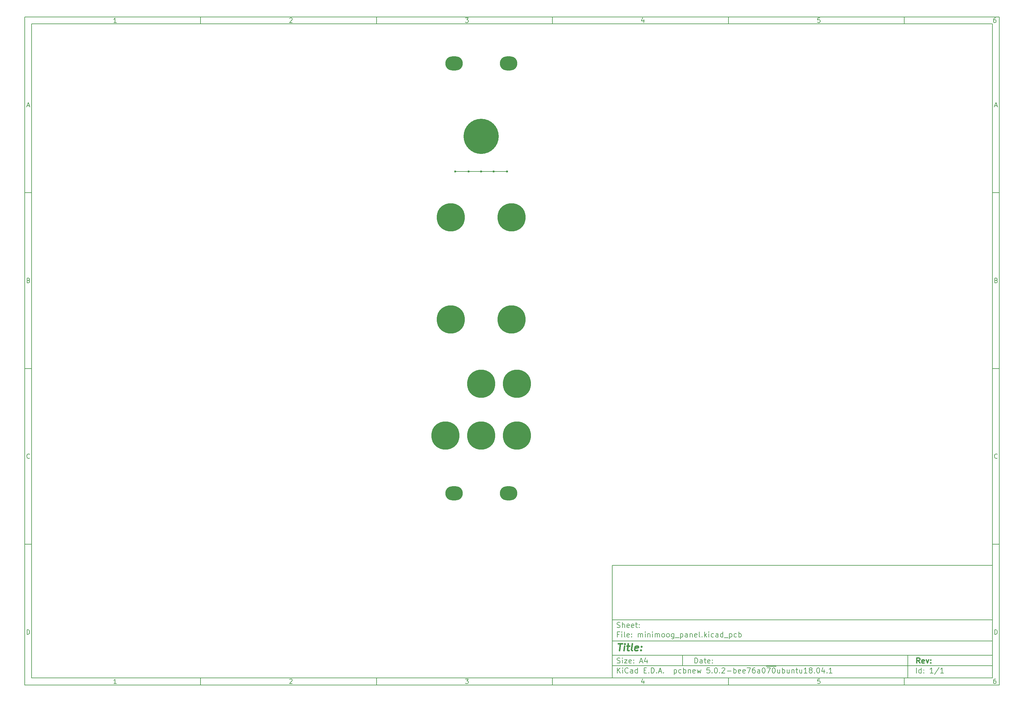
<source format=gbr>
G04 #@! TF.GenerationSoftware,KiCad,Pcbnew,5.0.2-bee76a0~70~ubuntu18.04.1*
G04 #@! TF.CreationDate,2019-05-07T20:11:16+10:00*
G04 #@! TF.ProjectId,minimoog_panel,6d696e69-6d6f-46f6-975f-70616e656c2e,rev?*
G04 #@! TF.SameCoordinates,Original*
G04 #@! TF.FileFunction,Copper,L1,Top*
G04 #@! TF.FilePolarity,Positive*
%FSLAX46Y46*%
G04 Gerber Fmt 4.6, Leading zero omitted, Abs format (unit mm)*
G04 Created by KiCad (PCBNEW 5.0.2-bee76a0~70~ubuntu18.04.1) date Tue 07 May 2019 20:11:16 AEST*
%MOMM*%
%LPD*%
G01*
G04 APERTURE LIST*
%ADD10C,0.100000*%
%ADD11C,0.150000*%
%ADD12C,0.300000*%
%ADD13C,0.400000*%
G04 #@! TA.AperFunction,ComponentPad*
%ADD14O,5.000000X4.000000*%
G04 #@! TD*
G04 #@! TA.AperFunction,ComponentPad*
%ADD15C,8.000000*%
G04 #@! TD*
G04 #@! TA.AperFunction,ComponentPad*
%ADD16C,0.600000*%
G04 #@! TD*
G04 #@! TA.AperFunction,ComponentPad*
%ADD17C,10.000000*%
G04 #@! TD*
G04 #@! TA.AperFunction,ViaPad*
%ADD18C,0.600000*%
G04 #@! TD*
G04 #@! TA.AperFunction,Conductor*
%ADD19C,0.152400*%
G04 #@! TD*
G04 APERTURE END LIST*
D10*
D11*
X177002200Y-166007200D02*
X177002200Y-198007200D01*
X285002200Y-198007200D01*
X285002200Y-166007200D01*
X177002200Y-166007200D01*
D10*
D11*
X10000000Y-10000000D02*
X10000000Y-200007200D01*
X287002200Y-200007200D01*
X287002200Y-10000000D01*
X10000000Y-10000000D01*
D10*
D11*
X12000000Y-12000000D02*
X12000000Y-198007200D01*
X285002200Y-198007200D01*
X285002200Y-12000000D01*
X12000000Y-12000000D01*
D10*
D11*
X60000000Y-12000000D02*
X60000000Y-10000000D01*
D10*
D11*
X110000000Y-12000000D02*
X110000000Y-10000000D01*
D10*
D11*
X160000000Y-12000000D02*
X160000000Y-10000000D01*
D10*
D11*
X210000000Y-12000000D02*
X210000000Y-10000000D01*
D10*
D11*
X260000000Y-12000000D02*
X260000000Y-10000000D01*
D10*
D11*
X36065476Y-11588095D02*
X35322619Y-11588095D01*
X35694047Y-11588095D02*
X35694047Y-10288095D01*
X35570238Y-10473809D01*
X35446428Y-10597619D01*
X35322619Y-10659523D01*
D10*
D11*
X85322619Y-10411904D02*
X85384523Y-10350000D01*
X85508333Y-10288095D01*
X85817857Y-10288095D01*
X85941666Y-10350000D01*
X86003571Y-10411904D01*
X86065476Y-10535714D01*
X86065476Y-10659523D01*
X86003571Y-10845238D01*
X85260714Y-11588095D01*
X86065476Y-11588095D01*
D10*
D11*
X135260714Y-10288095D02*
X136065476Y-10288095D01*
X135632142Y-10783333D01*
X135817857Y-10783333D01*
X135941666Y-10845238D01*
X136003571Y-10907142D01*
X136065476Y-11030952D01*
X136065476Y-11340476D01*
X136003571Y-11464285D01*
X135941666Y-11526190D01*
X135817857Y-11588095D01*
X135446428Y-11588095D01*
X135322619Y-11526190D01*
X135260714Y-11464285D01*
D10*
D11*
X185941666Y-10721428D02*
X185941666Y-11588095D01*
X185632142Y-10226190D02*
X185322619Y-11154761D01*
X186127380Y-11154761D01*
D10*
D11*
X236003571Y-10288095D02*
X235384523Y-10288095D01*
X235322619Y-10907142D01*
X235384523Y-10845238D01*
X235508333Y-10783333D01*
X235817857Y-10783333D01*
X235941666Y-10845238D01*
X236003571Y-10907142D01*
X236065476Y-11030952D01*
X236065476Y-11340476D01*
X236003571Y-11464285D01*
X235941666Y-11526190D01*
X235817857Y-11588095D01*
X235508333Y-11588095D01*
X235384523Y-11526190D01*
X235322619Y-11464285D01*
D10*
D11*
X285941666Y-10288095D02*
X285694047Y-10288095D01*
X285570238Y-10350000D01*
X285508333Y-10411904D01*
X285384523Y-10597619D01*
X285322619Y-10845238D01*
X285322619Y-11340476D01*
X285384523Y-11464285D01*
X285446428Y-11526190D01*
X285570238Y-11588095D01*
X285817857Y-11588095D01*
X285941666Y-11526190D01*
X286003571Y-11464285D01*
X286065476Y-11340476D01*
X286065476Y-11030952D01*
X286003571Y-10907142D01*
X285941666Y-10845238D01*
X285817857Y-10783333D01*
X285570238Y-10783333D01*
X285446428Y-10845238D01*
X285384523Y-10907142D01*
X285322619Y-11030952D01*
D10*
D11*
X60000000Y-198007200D02*
X60000000Y-200007200D01*
D10*
D11*
X110000000Y-198007200D02*
X110000000Y-200007200D01*
D10*
D11*
X160000000Y-198007200D02*
X160000000Y-200007200D01*
D10*
D11*
X210000000Y-198007200D02*
X210000000Y-200007200D01*
D10*
D11*
X260000000Y-198007200D02*
X260000000Y-200007200D01*
D10*
D11*
X36065476Y-199595295D02*
X35322619Y-199595295D01*
X35694047Y-199595295D02*
X35694047Y-198295295D01*
X35570238Y-198481009D01*
X35446428Y-198604819D01*
X35322619Y-198666723D01*
D10*
D11*
X85322619Y-198419104D02*
X85384523Y-198357200D01*
X85508333Y-198295295D01*
X85817857Y-198295295D01*
X85941666Y-198357200D01*
X86003571Y-198419104D01*
X86065476Y-198542914D01*
X86065476Y-198666723D01*
X86003571Y-198852438D01*
X85260714Y-199595295D01*
X86065476Y-199595295D01*
D10*
D11*
X135260714Y-198295295D02*
X136065476Y-198295295D01*
X135632142Y-198790533D01*
X135817857Y-198790533D01*
X135941666Y-198852438D01*
X136003571Y-198914342D01*
X136065476Y-199038152D01*
X136065476Y-199347676D01*
X136003571Y-199471485D01*
X135941666Y-199533390D01*
X135817857Y-199595295D01*
X135446428Y-199595295D01*
X135322619Y-199533390D01*
X135260714Y-199471485D01*
D10*
D11*
X185941666Y-198728628D02*
X185941666Y-199595295D01*
X185632142Y-198233390D02*
X185322619Y-199161961D01*
X186127380Y-199161961D01*
D10*
D11*
X236003571Y-198295295D02*
X235384523Y-198295295D01*
X235322619Y-198914342D01*
X235384523Y-198852438D01*
X235508333Y-198790533D01*
X235817857Y-198790533D01*
X235941666Y-198852438D01*
X236003571Y-198914342D01*
X236065476Y-199038152D01*
X236065476Y-199347676D01*
X236003571Y-199471485D01*
X235941666Y-199533390D01*
X235817857Y-199595295D01*
X235508333Y-199595295D01*
X235384523Y-199533390D01*
X235322619Y-199471485D01*
D10*
D11*
X285941666Y-198295295D02*
X285694047Y-198295295D01*
X285570238Y-198357200D01*
X285508333Y-198419104D01*
X285384523Y-198604819D01*
X285322619Y-198852438D01*
X285322619Y-199347676D01*
X285384523Y-199471485D01*
X285446428Y-199533390D01*
X285570238Y-199595295D01*
X285817857Y-199595295D01*
X285941666Y-199533390D01*
X286003571Y-199471485D01*
X286065476Y-199347676D01*
X286065476Y-199038152D01*
X286003571Y-198914342D01*
X285941666Y-198852438D01*
X285817857Y-198790533D01*
X285570238Y-198790533D01*
X285446428Y-198852438D01*
X285384523Y-198914342D01*
X285322619Y-199038152D01*
D10*
D11*
X10000000Y-60000000D02*
X12000000Y-60000000D01*
D10*
D11*
X10000000Y-110000000D02*
X12000000Y-110000000D01*
D10*
D11*
X10000000Y-160000000D02*
X12000000Y-160000000D01*
D10*
D11*
X10690476Y-35216666D02*
X11309523Y-35216666D01*
X10566666Y-35588095D02*
X11000000Y-34288095D01*
X11433333Y-35588095D01*
D10*
D11*
X11092857Y-84907142D02*
X11278571Y-84969047D01*
X11340476Y-85030952D01*
X11402380Y-85154761D01*
X11402380Y-85340476D01*
X11340476Y-85464285D01*
X11278571Y-85526190D01*
X11154761Y-85588095D01*
X10659523Y-85588095D01*
X10659523Y-84288095D01*
X11092857Y-84288095D01*
X11216666Y-84350000D01*
X11278571Y-84411904D01*
X11340476Y-84535714D01*
X11340476Y-84659523D01*
X11278571Y-84783333D01*
X11216666Y-84845238D01*
X11092857Y-84907142D01*
X10659523Y-84907142D01*
D10*
D11*
X11402380Y-135464285D02*
X11340476Y-135526190D01*
X11154761Y-135588095D01*
X11030952Y-135588095D01*
X10845238Y-135526190D01*
X10721428Y-135402380D01*
X10659523Y-135278571D01*
X10597619Y-135030952D01*
X10597619Y-134845238D01*
X10659523Y-134597619D01*
X10721428Y-134473809D01*
X10845238Y-134350000D01*
X11030952Y-134288095D01*
X11154761Y-134288095D01*
X11340476Y-134350000D01*
X11402380Y-134411904D01*
D10*
D11*
X10659523Y-185588095D02*
X10659523Y-184288095D01*
X10969047Y-184288095D01*
X11154761Y-184350000D01*
X11278571Y-184473809D01*
X11340476Y-184597619D01*
X11402380Y-184845238D01*
X11402380Y-185030952D01*
X11340476Y-185278571D01*
X11278571Y-185402380D01*
X11154761Y-185526190D01*
X10969047Y-185588095D01*
X10659523Y-185588095D01*
D10*
D11*
X287002200Y-60000000D02*
X285002200Y-60000000D01*
D10*
D11*
X287002200Y-110000000D02*
X285002200Y-110000000D01*
D10*
D11*
X287002200Y-160000000D02*
X285002200Y-160000000D01*
D10*
D11*
X285692676Y-35216666D02*
X286311723Y-35216666D01*
X285568866Y-35588095D02*
X286002200Y-34288095D01*
X286435533Y-35588095D01*
D10*
D11*
X286095057Y-84907142D02*
X286280771Y-84969047D01*
X286342676Y-85030952D01*
X286404580Y-85154761D01*
X286404580Y-85340476D01*
X286342676Y-85464285D01*
X286280771Y-85526190D01*
X286156961Y-85588095D01*
X285661723Y-85588095D01*
X285661723Y-84288095D01*
X286095057Y-84288095D01*
X286218866Y-84350000D01*
X286280771Y-84411904D01*
X286342676Y-84535714D01*
X286342676Y-84659523D01*
X286280771Y-84783333D01*
X286218866Y-84845238D01*
X286095057Y-84907142D01*
X285661723Y-84907142D01*
D10*
D11*
X286404580Y-135464285D02*
X286342676Y-135526190D01*
X286156961Y-135588095D01*
X286033152Y-135588095D01*
X285847438Y-135526190D01*
X285723628Y-135402380D01*
X285661723Y-135278571D01*
X285599819Y-135030952D01*
X285599819Y-134845238D01*
X285661723Y-134597619D01*
X285723628Y-134473809D01*
X285847438Y-134350000D01*
X286033152Y-134288095D01*
X286156961Y-134288095D01*
X286342676Y-134350000D01*
X286404580Y-134411904D01*
D10*
D11*
X285661723Y-185588095D02*
X285661723Y-184288095D01*
X285971247Y-184288095D01*
X286156961Y-184350000D01*
X286280771Y-184473809D01*
X286342676Y-184597619D01*
X286404580Y-184845238D01*
X286404580Y-185030952D01*
X286342676Y-185278571D01*
X286280771Y-185402380D01*
X286156961Y-185526190D01*
X285971247Y-185588095D01*
X285661723Y-185588095D01*
D10*
D11*
X200434342Y-193785771D02*
X200434342Y-192285771D01*
X200791485Y-192285771D01*
X201005771Y-192357200D01*
X201148628Y-192500057D01*
X201220057Y-192642914D01*
X201291485Y-192928628D01*
X201291485Y-193142914D01*
X201220057Y-193428628D01*
X201148628Y-193571485D01*
X201005771Y-193714342D01*
X200791485Y-193785771D01*
X200434342Y-193785771D01*
X202577200Y-193785771D02*
X202577200Y-193000057D01*
X202505771Y-192857200D01*
X202362914Y-192785771D01*
X202077200Y-192785771D01*
X201934342Y-192857200D01*
X202577200Y-193714342D02*
X202434342Y-193785771D01*
X202077200Y-193785771D01*
X201934342Y-193714342D01*
X201862914Y-193571485D01*
X201862914Y-193428628D01*
X201934342Y-193285771D01*
X202077200Y-193214342D01*
X202434342Y-193214342D01*
X202577200Y-193142914D01*
X203077200Y-192785771D02*
X203648628Y-192785771D01*
X203291485Y-192285771D02*
X203291485Y-193571485D01*
X203362914Y-193714342D01*
X203505771Y-193785771D01*
X203648628Y-193785771D01*
X204720057Y-193714342D02*
X204577200Y-193785771D01*
X204291485Y-193785771D01*
X204148628Y-193714342D01*
X204077200Y-193571485D01*
X204077200Y-193000057D01*
X204148628Y-192857200D01*
X204291485Y-192785771D01*
X204577200Y-192785771D01*
X204720057Y-192857200D01*
X204791485Y-193000057D01*
X204791485Y-193142914D01*
X204077200Y-193285771D01*
X205434342Y-193642914D02*
X205505771Y-193714342D01*
X205434342Y-193785771D01*
X205362914Y-193714342D01*
X205434342Y-193642914D01*
X205434342Y-193785771D01*
X205434342Y-192857200D02*
X205505771Y-192928628D01*
X205434342Y-193000057D01*
X205362914Y-192928628D01*
X205434342Y-192857200D01*
X205434342Y-193000057D01*
D10*
D11*
X177002200Y-194507200D02*
X285002200Y-194507200D01*
D10*
D11*
X178434342Y-196585771D02*
X178434342Y-195085771D01*
X179291485Y-196585771D02*
X178648628Y-195728628D01*
X179291485Y-195085771D02*
X178434342Y-195942914D01*
X179934342Y-196585771D02*
X179934342Y-195585771D01*
X179934342Y-195085771D02*
X179862914Y-195157200D01*
X179934342Y-195228628D01*
X180005771Y-195157200D01*
X179934342Y-195085771D01*
X179934342Y-195228628D01*
X181505771Y-196442914D02*
X181434342Y-196514342D01*
X181220057Y-196585771D01*
X181077200Y-196585771D01*
X180862914Y-196514342D01*
X180720057Y-196371485D01*
X180648628Y-196228628D01*
X180577200Y-195942914D01*
X180577200Y-195728628D01*
X180648628Y-195442914D01*
X180720057Y-195300057D01*
X180862914Y-195157200D01*
X181077200Y-195085771D01*
X181220057Y-195085771D01*
X181434342Y-195157200D01*
X181505771Y-195228628D01*
X182791485Y-196585771D02*
X182791485Y-195800057D01*
X182720057Y-195657200D01*
X182577200Y-195585771D01*
X182291485Y-195585771D01*
X182148628Y-195657200D01*
X182791485Y-196514342D02*
X182648628Y-196585771D01*
X182291485Y-196585771D01*
X182148628Y-196514342D01*
X182077200Y-196371485D01*
X182077200Y-196228628D01*
X182148628Y-196085771D01*
X182291485Y-196014342D01*
X182648628Y-196014342D01*
X182791485Y-195942914D01*
X184148628Y-196585771D02*
X184148628Y-195085771D01*
X184148628Y-196514342D02*
X184005771Y-196585771D01*
X183720057Y-196585771D01*
X183577200Y-196514342D01*
X183505771Y-196442914D01*
X183434342Y-196300057D01*
X183434342Y-195871485D01*
X183505771Y-195728628D01*
X183577200Y-195657200D01*
X183720057Y-195585771D01*
X184005771Y-195585771D01*
X184148628Y-195657200D01*
X186005771Y-195800057D02*
X186505771Y-195800057D01*
X186720057Y-196585771D02*
X186005771Y-196585771D01*
X186005771Y-195085771D01*
X186720057Y-195085771D01*
X187362914Y-196442914D02*
X187434342Y-196514342D01*
X187362914Y-196585771D01*
X187291485Y-196514342D01*
X187362914Y-196442914D01*
X187362914Y-196585771D01*
X188077200Y-196585771D02*
X188077200Y-195085771D01*
X188434342Y-195085771D01*
X188648628Y-195157200D01*
X188791485Y-195300057D01*
X188862914Y-195442914D01*
X188934342Y-195728628D01*
X188934342Y-195942914D01*
X188862914Y-196228628D01*
X188791485Y-196371485D01*
X188648628Y-196514342D01*
X188434342Y-196585771D01*
X188077200Y-196585771D01*
X189577200Y-196442914D02*
X189648628Y-196514342D01*
X189577200Y-196585771D01*
X189505771Y-196514342D01*
X189577200Y-196442914D01*
X189577200Y-196585771D01*
X190220057Y-196157200D02*
X190934342Y-196157200D01*
X190077200Y-196585771D02*
X190577200Y-195085771D01*
X191077200Y-196585771D01*
X191577200Y-196442914D02*
X191648628Y-196514342D01*
X191577200Y-196585771D01*
X191505771Y-196514342D01*
X191577200Y-196442914D01*
X191577200Y-196585771D01*
X194577200Y-195585771D02*
X194577200Y-197085771D01*
X194577200Y-195657200D02*
X194720057Y-195585771D01*
X195005771Y-195585771D01*
X195148628Y-195657200D01*
X195220057Y-195728628D01*
X195291485Y-195871485D01*
X195291485Y-196300057D01*
X195220057Y-196442914D01*
X195148628Y-196514342D01*
X195005771Y-196585771D01*
X194720057Y-196585771D01*
X194577200Y-196514342D01*
X196577200Y-196514342D02*
X196434342Y-196585771D01*
X196148628Y-196585771D01*
X196005771Y-196514342D01*
X195934342Y-196442914D01*
X195862914Y-196300057D01*
X195862914Y-195871485D01*
X195934342Y-195728628D01*
X196005771Y-195657200D01*
X196148628Y-195585771D01*
X196434342Y-195585771D01*
X196577200Y-195657200D01*
X197220057Y-196585771D02*
X197220057Y-195085771D01*
X197220057Y-195657200D02*
X197362914Y-195585771D01*
X197648628Y-195585771D01*
X197791485Y-195657200D01*
X197862914Y-195728628D01*
X197934342Y-195871485D01*
X197934342Y-196300057D01*
X197862914Y-196442914D01*
X197791485Y-196514342D01*
X197648628Y-196585771D01*
X197362914Y-196585771D01*
X197220057Y-196514342D01*
X198577200Y-195585771D02*
X198577200Y-196585771D01*
X198577200Y-195728628D02*
X198648628Y-195657200D01*
X198791485Y-195585771D01*
X199005771Y-195585771D01*
X199148628Y-195657200D01*
X199220057Y-195800057D01*
X199220057Y-196585771D01*
X200505771Y-196514342D02*
X200362914Y-196585771D01*
X200077200Y-196585771D01*
X199934342Y-196514342D01*
X199862914Y-196371485D01*
X199862914Y-195800057D01*
X199934342Y-195657200D01*
X200077200Y-195585771D01*
X200362914Y-195585771D01*
X200505771Y-195657200D01*
X200577200Y-195800057D01*
X200577200Y-195942914D01*
X199862914Y-196085771D01*
X201077200Y-195585771D02*
X201362914Y-196585771D01*
X201648628Y-195871485D01*
X201934342Y-196585771D01*
X202220057Y-195585771D01*
X204648628Y-195085771D02*
X203934342Y-195085771D01*
X203862914Y-195800057D01*
X203934342Y-195728628D01*
X204077200Y-195657200D01*
X204434342Y-195657200D01*
X204577200Y-195728628D01*
X204648628Y-195800057D01*
X204720057Y-195942914D01*
X204720057Y-196300057D01*
X204648628Y-196442914D01*
X204577200Y-196514342D01*
X204434342Y-196585771D01*
X204077200Y-196585771D01*
X203934342Y-196514342D01*
X203862914Y-196442914D01*
X205362914Y-196442914D02*
X205434342Y-196514342D01*
X205362914Y-196585771D01*
X205291485Y-196514342D01*
X205362914Y-196442914D01*
X205362914Y-196585771D01*
X206362914Y-195085771D02*
X206505771Y-195085771D01*
X206648628Y-195157200D01*
X206720057Y-195228628D01*
X206791485Y-195371485D01*
X206862914Y-195657200D01*
X206862914Y-196014342D01*
X206791485Y-196300057D01*
X206720057Y-196442914D01*
X206648628Y-196514342D01*
X206505771Y-196585771D01*
X206362914Y-196585771D01*
X206220057Y-196514342D01*
X206148628Y-196442914D01*
X206077200Y-196300057D01*
X206005771Y-196014342D01*
X206005771Y-195657200D01*
X206077200Y-195371485D01*
X206148628Y-195228628D01*
X206220057Y-195157200D01*
X206362914Y-195085771D01*
X207505771Y-196442914D02*
X207577200Y-196514342D01*
X207505771Y-196585771D01*
X207434342Y-196514342D01*
X207505771Y-196442914D01*
X207505771Y-196585771D01*
X208148628Y-195228628D02*
X208220057Y-195157200D01*
X208362914Y-195085771D01*
X208720057Y-195085771D01*
X208862914Y-195157200D01*
X208934342Y-195228628D01*
X209005771Y-195371485D01*
X209005771Y-195514342D01*
X208934342Y-195728628D01*
X208077200Y-196585771D01*
X209005771Y-196585771D01*
X209648628Y-196014342D02*
X210791485Y-196014342D01*
X211505771Y-196585771D02*
X211505771Y-195085771D01*
X211505771Y-195657200D02*
X211648628Y-195585771D01*
X211934342Y-195585771D01*
X212077200Y-195657200D01*
X212148628Y-195728628D01*
X212220057Y-195871485D01*
X212220057Y-196300057D01*
X212148628Y-196442914D01*
X212077200Y-196514342D01*
X211934342Y-196585771D01*
X211648628Y-196585771D01*
X211505771Y-196514342D01*
X213434342Y-196514342D02*
X213291485Y-196585771D01*
X213005771Y-196585771D01*
X212862914Y-196514342D01*
X212791485Y-196371485D01*
X212791485Y-195800057D01*
X212862914Y-195657200D01*
X213005771Y-195585771D01*
X213291485Y-195585771D01*
X213434342Y-195657200D01*
X213505771Y-195800057D01*
X213505771Y-195942914D01*
X212791485Y-196085771D01*
X214720057Y-196514342D02*
X214577200Y-196585771D01*
X214291485Y-196585771D01*
X214148628Y-196514342D01*
X214077200Y-196371485D01*
X214077200Y-195800057D01*
X214148628Y-195657200D01*
X214291485Y-195585771D01*
X214577200Y-195585771D01*
X214720057Y-195657200D01*
X214791485Y-195800057D01*
X214791485Y-195942914D01*
X214077200Y-196085771D01*
X215291485Y-195085771D02*
X216291485Y-195085771D01*
X215648628Y-196585771D01*
X217505771Y-195085771D02*
X217220057Y-195085771D01*
X217077200Y-195157200D01*
X217005771Y-195228628D01*
X216862914Y-195442914D01*
X216791485Y-195728628D01*
X216791485Y-196300057D01*
X216862914Y-196442914D01*
X216934342Y-196514342D01*
X217077200Y-196585771D01*
X217362914Y-196585771D01*
X217505771Y-196514342D01*
X217577200Y-196442914D01*
X217648628Y-196300057D01*
X217648628Y-195942914D01*
X217577200Y-195800057D01*
X217505771Y-195728628D01*
X217362914Y-195657200D01*
X217077200Y-195657200D01*
X216934342Y-195728628D01*
X216862914Y-195800057D01*
X216791485Y-195942914D01*
X218934342Y-196585771D02*
X218934342Y-195800057D01*
X218862914Y-195657200D01*
X218720057Y-195585771D01*
X218434342Y-195585771D01*
X218291485Y-195657200D01*
X218934342Y-196514342D02*
X218791485Y-196585771D01*
X218434342Y-196585771D01*
X218291485Y-196514342D01*
X218220057Y-196371485D01*
X218220057Y-196228628D01*
X218291485Y-196085771D01*
X218434342Y-196014342D01*
X218791485Y-196014342D01*
X218934342Y-195942914D01*
X219934342Y-195085771D02*
X220077200Y-195085771D01*
X220220057Y-195157200D01*
X220291485Y-195228628D01*
X220362914Y-195371485D01*
X220434342Y-195657200D01*
X220434342Y-196014342D01*
X220362914Y-196300057D01*
X220291485Y-196442914D01*
X220220057Y-196514342D01*
X220077200Y-196585771D01*
X219934342Y-196585771D01*
X219791485Y-196514342D01*
X219720057Y-196442914D01*
X219648628Y-196300057D01*
X219577200Y-196014342D01*
X219577200Y-195657200D01*
X219648628Y-195371485D01*
X219720057Y-195228628D01*
X219791485Y-195157200D01*
X219934342Y-195085771D01*
X220720057Y-194677200D02*
X222148628Y-194677200D01*
X220934342Y-195085771D02*
X221934342Y-195085771D01*
X221291485Y-196585771D01*
X222148628Y-194677200D02*
X223577200Y-194677200D01*
X222791485Y-195085771D02*
X222934342Y-195085771D01*
X223077200Y-195157200D01*
X223148628Y-195228628D01*
X223220057Y-195371485D01*
X223291485Y-195657200D01*
X223291485Y-196014342D01*
X223220057Y-196300057D01*
X223148628Y-196442914D01*
X223077200Y-196514342D01*
X222934342Y-196585771D01*
X222791485Y-196585771D01*
X222648628Y-196514342D01*
X222577200Y-196442914D01*
X222505771Y-196300057D01*
X222434342Y-196014342D01*
X222434342Y-195657200D01*
X222505771Y-195371485D01*
X222577200Y-195228628D01*
X222648628Y-195157200D01*
X222791485Y-195085771D01*
X224577200Y-195585771D02*
X224577200Y-196585771D01*
X223934342Y-195585771D02*
X223934342Y-196371485D01*
X224005771Y-196514342D01*
X224148628Y-196585771D01*
X224362914Y-196585771D01*
X224505771Y-196514342D01*
X224577200Y-196442914D01*
X225291485Y-196585771D02*
X225291485Y-195085771D01*
X225291485Y-195657200D02*
X225434342Y-195585771D01*
X225720057Y-195585771D01*
X225862914Y-195657200D01*
X225934342Y-195728628D01*
X226005771Y-195871485D01*
X226005771Y-196300057D01*
X225934342Y-196442914D01*
X225862914Y-196514342D01*
X225720057Y-196585771D01*
X225434342Y-196585771D01*
X225291485Y-196514342D01*
X227291485Y-195585771D02*
X227291485Y-196585771D01*
X226648628Y-195585771D02*
X226648628Y-196371485D01*
X226720057Y-196514342D01*
X226862914Y-196585771D01*
X227077200Y-196585771D01*
X227220057Y-196514342D01*
X227291485Y-196442914D01*
X228005771Y-195585771D02*
X228005771Y-196585771D01*
X228005771Y-195728628D02*
X228077200Y-195657200D01*
X228220057Y-195585771D01*
X228434342Y-195585771D01*
X228577200Y-195657200D01*
X228648628Y-195800057D01*
X228648628Y-196585771D01*
X229148628Y-195585771D02*
X229720057Y-195585771D01*
X229362914Y-195085771D02*
X229362914Y-196371485D01*
X229434342Y-196514342D01*
X229577200Y-196585771D01*
X229720057Y-196585771D01*
X230862914Y-195585771D02*
X230862914Y-196585771D01*
X230220057Y-195585771D02*
X230220057Y-196371485D01*
X230291485Y-196514342D01*
X230434342Y-196585771D01*
X230648628Y-196585771D01*
X230791485Y-196514342D01*
X230862914Y-196442914D01*
X232362914Y-196585771D02*
X231505771Y-196585771D01*
X231934342Y-196585771D02*
X231934342Y-195085771D01*
X231791485Y-195300057D01*
X231648628Y-195442914D01*
X231505771Y-195514342D01*
X233220057Y-195728628D02*
X233077200Y-195657200D01*
X233005771Y-195585771D01*
X232934342Y-195442914D01*
X232934342Y-195371485D01*
X233005771Y-195228628D01*
X233077200Y-195157200D01*
X233220057Y-195085771D01*
X233505771Y-195085771D01*
X233648628Y-195157200D01*
X233720057Y-195228628D01*
X233791485Y-195371485D01*
X233791485Y-195442914D01*
X233720057Y-195585771D01*
X233648628Y-195657200D01*
X233505771Y-195728628D01*
X233220057Y-195728628D01*
X233077200Y-195800057D01*
X233005771Y-195871485D01*
X232934342Y-196014342D01*
X232934342Y-196300057D01*
X233005771Y-196442914D01*
X233077200Y-196514342D01*
X233220057Y-196585771D01*
X233505771Y-196585771D01*
X233648628Y-196514342D01*
X233720057Y-196442914D01*
X233791485Y-196300057D01*
X233791485Y-196014342D01*
X233720057Y-195871485D01*
X233648628Y-195800057D01*
X233505771Y-195728628D01*
X234434342Y-196442914D02*
X234505771Y-196514342D01*
X234434342Y-196585771D01*
X234362914Y-196514342D01*
X234434342Y-196442914D01*
X234434342Y-196585771D01*
X235434342Y-195085771D02*
X235577200Y-195085771D01*
X235720057Y-195157200D01*
X235791485Y-195228628D01*
X235862914Y-195371485D01*
X235934342Y-195657200D01*
X235934342Y-196014342D01*
X235862914Y-196300057D01*
X235791485Y-196442914D01*
X235720057Y-196514342D01*
X235577200Y-196585771D01*
X235434342Y-196585771D01*
X235291485Y-196514342D01*
X235220057Y-196442914D01*
X235148628Y-196300057D01*
X235077200Y-196014342D01*
X235077200Y-195657200D01*
X235148628Y-195371485D01*
X235220057Y-195228628D01*
X235291485Y-195157200D01*
X235434342Y-195085771D01*
X237220057Y-195585771D02*
X237220057Y-196585771D01*
X236862914Y-195014342D02*
X236505771Y-196085771D01*
X237434342Y-196085771D01*
X238005771Y-196442914D02*
X238077199Y-196514342D01*
X238005771Y-196585771D01*
X237934342Y-196514342D01*
X238005771Y-196442914D01*
X238005771Y-196585771D01*
X239505771Y-196585771D02*
X238648628Y-196585771D01*
X239077200Y-196585771D02*
X239077200Y-195085771D01*
X238934342Y-195300057D01*
X238791485Y-195442914D01*
X238648628Y-195514342D01*
D10*
D11*
X177002200Y-191507200D02*
X285002200Y-191507200D01*
D10*
D12*
X264411485Y-193785771D02*
X263911485Y-193071485D01*
X263554342Y-193785771D02*
X263554342Y-192285771D01*
X264125771Y-192285771D01*
X264268628Y-192357200D01*
X264340057Y-192428628D01*
X264411485Y-192571485D01*
X264411485Y-192785771D01*
X264340057Y-192928628D01*
X264268628Y-193000057D01*
X264125771Y-193071485D01*
X263554342Y-193071485D01*
X265625771Y-193714342D02*
X265482914Y-193785771D01*
X265197200Y-193785771D01*
X265054342Y-193714342D01*
X264982914Y-193571485D01*
X264982914Y-193000057D01*
X265054342Y-192857200D01*
X265197200Y-192785771D01*
X265482914Y-192785771D01*
X265625771Y-192857200D01*
X265697200Y-193000057D01*
X265697200Y-193142914D01*
X264982914Y-193285771D01*
X266197200Y-192785771D02*
X266554342Y-193785771D01*
X266911485Y-192785771D01*
X267482914Y-193642914D02*
X267554342Y-193714342D01*
X267482914Y-193785771D01*
X267411485Y-193714342D01*
X267482914Y-193642914D01*
X267482914Y-193785771D01*
X267482914Y-192857200D02*
X267554342Y-192928628D01*
X267482914Y-193000057D01*
X267411485Y-192928628D01*
X267482914Y-192857200D01*
X267482914Y-193000057D01*
D10*
D11*
X178362914Y-193714342D02*
X178577200Y-193785771D01*
X178934342Y-193785771D01*
X179077200Y-193714342D01*
X179148628Y-193642914D01*
X179220057Y-193500057D01*
X179220057Y-193357200D01*
X179148628Y-193214342D01*
X179077200Y-193142914D01*
X178934342Y-193071485D01*
X178648628Y-193000057D01*
X178505771Y-192928628D01*
X178434342Y-192857200D01*
X178362914Y-192714342D01*
X178362914Y-192571485D01*
X178434342Y-192428628D01*
X178505771Y-192357200D01*
X178648628Y-192285771D01*
X179005771Y-192285771D01*
X179220057Y-192357200D01*
X179862914Y-193785771D02*
X179862914Y-192785771D01*
X179862914Y-192285771D02*
X179791485Y-192357200D01*
X179862914Y-192428628D01*
X179934342Y-192357200D01*
X179862914Y-192285771D01*
X179862914Y-192428628D01*
X180434342Y-192785771D02*
X181220057Y-192785771D01*
X180434342Y-193785771D01*
X181220057Y-193785771D01*
X182362914Y-193714342D02*
X182220057Y-193785771D01*
X181934342Y-193785771D01*
X181791485Y-193714342D01*
X181720057Y-193571485D01*
X181720057Y-193000057D01*
X181791485Y-192857200D01*
X181934342Y-192785771D01*
X182220057Y-192785771D01*
X182362914Y-192857200D01*
X182434342Y-193000057D01*
X182434342Y-193142914D01*
X181720057Y-193285771D01*
X183077200Y-193642914D02*
X183148628Y-193714342D01*
X183077200Y-193785771D01*
X183005771Y-193714342D01*
X183077200Y-193642914D01*
X183077200Y-193785771D01*
X183077200Y-192857200D02*
X183148628Y-192928628D01*
X183077200Y-193000057D01*
X183005771Y-192928628D01*
X183077200Y-192857200D01*
X183077200Y-193000057D01*
X184862914Y-193357200D02*
X185577200Y-193357200D01*
X184720057Y-193785771D02*
X185220057Y-192285771D01*
X185720057Y-193785771D01*
X186862914Y-192785771D02*
X186862914Y-193785771D01*
X186505771Y-192214342D02*
X186148628Y-193285771D01*
X187077200Y-193285771D01*
D10*
D11*
X263434342Y-196585771D02*
X263434342Y-195085771D01*
X264791485Y-196585771D02*
X264791485Y-195085771D01*
X264791485Y-196514342D02*
X264648628Y-196585771D01*
X264362914Y-196585771D01*
X264220057Y-196514342D01*
X264148628Y-196442914D01*
X264077200Y-196300057D01*
X264077200Y-195871485D01*
X264148628Y-195728628D01*
X264220057Y-195657200D01*
X264362914Y-195585771D01*
X264648628Y-195585771D01*
X264791485Y-195657200D01*
X265505771Y-196442914D02*
X265577200Y-196514342D01*
X265505771Y-196585771D01*
X265434342Y-196514342D01*
X265505771Y-196442914D01*
X265505771Y-196585771D01*
X265505771Y-195657200D02*
X265577200Y-195728628D01*
X265505771Y-195800057D01*
X265434342Y-195728628D01*
X265505771Y-195657200D01*
X265505771Y-195800057D01*
X268148628Y-196585771D02*
X267291485Y-196585771D01*
X267720057Y-196585771D02*
X267720057Y-195085771D01*
X267577200Y-195300057D01*
X267434342Y-195442914D01*
X267291485Y-195514342D01*
X269862914Y-195014342D02*
X268577200Y-196942914D01*
X271148628Y-196585771D02*
X270291485Y-196585771D01*
X270720057Y-196585771D02*
X270720057Y-195085771D01*
X270577200Y-195300057D01*
X270434342Y-195442914D01*
X270291485Y-195514342D01*
D10*
D11*
X177002200Y-187507200D02*
X285002200Y-187507200D01*
D10*
D13*
X178714580Y-188211961D02*
X179857438Y-188211961D01*
X179036009Y-190211961D02*
X179286009Y-188211961D01*
X180274104Y-190211961D02*
X180440771Y-188878628D01*
X180524104Y-188211961D02*
X180416961Y-188307200D01*
X180500295Y-188402438D01*
X180607438Y-188307200D01*
X180524104Y-188211961D01*
X180500295Y-188402438D01*
X181107438Y-188878628D02*
X181869342Y-188878628D01*
X181476485Y-188211961D02*
X181262200Y-189926247D01*
X181333628Y-190116723D01*
X181512200Y-190211961D01*
X181702676Y-190211961D01*
X182655057Y-190211961D02*
X182476485Y-190116723D01*
X182405057Y-189926247D01*
X182619342Y-188211961D01*
X184190771Y-190116723D02*
X183988390Y-190211961D01*
X183607438Y-190211961D01*
X183428866Y-190116723D01*
X183357438Y-189926247D01*
X183452676Y-189164342D01*
X183571723Y-188973866D01*
X183774104Y-188878628D01*
X184155057Y-188878628D01*
X184333628Y-188973866D01*
X184405057Y-189164342D01*
X184381247Y-189354819D01*
X183405057Y-189545295D01*
X185155057Y-190021485D02*
X185238390Y-190116723D01*
X185131247Y-190211961D01*
X185047914Y-190116723D01*
X185155057Y-190021485D01*
X185131247Y-190211961D01*
X185286009Y-188973866D02*
X185369342Y-189069104D01*
X185262200Y-189164342D01*
X185178866Y-189069104D01*
X185286009Y-188973866D01*
X185262200Y-189164342D01*
D10*
D11*
X178934342Y-185600057D02*
X178434342Y-185600057D01*
X178434342Y-186385771D02*
X178434342Y-184885771D01*
X179148628Y-184885771D01*
X179720057Y-186385771D02*
X179720057Y-185385771D01*
X179720057Y-184885771D02*
X179648628Y-184957200D01*
X179720057Y-185028628D01*
X179791485Y-184957200D01*
X179720057Y-184885771D01*
X179720057Y-185028628D01*
X180648628Y-186385771D02*
X180505771Y-186314342D01*
X180434342Y-186171485D01*
X180434342Y-184885771D01*
X181791485Y-186314342D02*
X181648628Y-186385771D01*
X181362914Y-186385771D01*
X181220057Y-186314342D01*
X181148628Y-186171485D01*
X181148628Y-185600057D01*
X181220057Y-185457200D01*
X181362914Y-185385771D01*
X181648628Y-185385771D01*
X181791485Y-185457200D01*
X181862914Y-185600057D01*
X181862914Y-185742914D01*
X181148628Y-185885771D01*
X182505771Y-186242914D02*
X182577200Y-186314342D01*
X182505771Y-186385771D01*
X182434342Y-186314342D01*
X182505771Y-186242914D01*
X182505771Y-186385771D01*
X182505771Y-185457200D02*
X182577200Y-185528628D01*
X182505771Y-185600057D01*
X182434342Y-185528628D01*
X182505771Y-185457200D01*
X182505771Y-185600057D01*
X184362914Y-186385771D02*
X184362914Y-185385771D01*
X184362914Y-185528628D02*
X184434342Y-185457200D01*
X184577200Y-185385771D01*
X184791485Y-185385771D01*
X184934342Y-185457200D01*
X185005771Y-185600057D01*
X185005771Y-186385771D01*
X185005771Y-185600057D02*
X185077200Y-185457200D01*
X185220057Y-185385771D01*
X185434342Y-185385771D01*
X185577200Y-185457200D01*
X185648628Y-185600057D01*
X185648628Y-186385771D01*
X186362914Y-186385771D02*
X186362914Y-185385771D01*
X186362914Y-184885771D02*
X186291485Y-184957200D01*
X186362914Y-185028628D01*
X186434342Y-184957200D01*
X186362914Y-184885771D01*
X186362914Y-185028628D01*
X187077200Y-185385771D02*
X187077200Y-186385771D01*
X187077200Y-185528628D02*
X187148628Y-185457200D01*
X187291485Y-185385771D01*
X187505771Y-185385771D01*
X187648628Y-185457200D01*
X187720057Y-185600057D01*
X187720057Y-186385771D01*
X188434342Y-186385771D02*
X188434342Y-185385771D01*
X188434342Y-184885771D02*
X188362914Y-184957200D01*
X188434342Y-185028628D01*
X188505771Y-184957200D01*
X188434342Y-184885771D01*
X188434342Y-185028628D01*
X189148628Y-186385771D02*
X189148628Y-185385771D01*
X189148628Y-185528628D02*
X189220057Y-185457200D01*
X189362914Y-185385771D01*
X189577200Y-185385771D01*
X189720057Y-185457200D01*
X189791485Y-185600057D01*
X189791485Y-186385771D01*
X189791485Y-185600057D02*
X189862914Y-185457200D01*
X190005771Y-185385771D01*
X190220057Y-185385771D01*
X190362914Y-185457200D01*
X190434342Y-185600057D01*
X190434342Y-186385771D01*
X191362914Y-186385771D02*
X191220057Y-186314342D01*
X191148628Y-186242914D01*
X191077200Y-186100057D01*
X191077200Y-185671485D01*
X191148628Y-185528628D01*
X191220057Y-185457200D01*
X191362914Y-185385771D01*
X191577200Y-185385771D01*
X191720057Y-185457200D01*
X191791485Y-185528628D01*
X191862914Y-185671485D01*
X191862914Y-186100057D01*
X191791485Y-186242914D01*
X191720057Y-186314342D01*
X191577200Y-186385771D01*
X191362914Y-186385771D01*
X192720057Y-186385771D02*
X192577200Y-186314342D01*
X192505771Y-186242914D01*
X192434342Y-186100057D01*
X192434342Y-185671485D01*
X192505771Y-185528628D01*
X192577200Y-185457200D01*
X192720057Y-185385771D01*
X192934342Y-185385771D01*
X193077200Y-185457200D01*
X193148628Y-185528628D01*
X193220057Y-185671485D01*
X193220057Y-186100057D01*
X193148628Y-186242914D01*
X193077200Y-186314342D01*
X192934342Y-186385771D01*
X192720057Y-186385771D01*
X194505771Y-185385771D02*
X194505771Y-186600057D01*
X194434342Y-186742914D01*
X194362914Y-186814342D01*
X194220057Y-186885771D01*
X194005771Y-186885771D01*
X193862914Y-186814342D01*
X194505771Y-186314342D02*
X194362914Y-186385771D01*
X194077200Y-186385771D01*
X193934342Y-186314342D01*
X193862914Y-186242914D01*
X193791485Y-186100057D01*
X193791485Y-185671485D01*
X193862914Y-185528628D01*
X193934342Y-185457200D01*
X194077200Y-185385771D01*
X194362914Y-185385771D01*
X194505771Y-185457200D01*
X194862914Y-186528628D02*
X196005771Y-186528628D01*
X196362914Y-185385771D02*
X196362914Y-186885771D01*
X196362914Y-185457200D02*
X196505771Y-185385771D01*
X196791485Y-185385771D01*
X196934342Y-185457200D01*
X197005771Y-185528628D01*
X197077200Y-185671485D01*
X197077200Y-186100057D01*
X197005771Y-186242914D01*
X196934342Y-186314342D01*
X196791485Y-186385771D01*
X196505771Y-186385771D01*
X196362914Y-186314342D01*
X198362914Y-186385771D02*
X198362914Y-185600057D01*
X198291485Y-185457200D01*
X198148628Y-185385771D01*
X197862914Y-185385771D01*
X197720057Y-185457200D01*
X198362914Y-186314342D02*
X198220057Y-186385771D01*
X197862914Y-186385771D01*
X197720057Y-186314342D01*
X197648628Y-186171485D01*
X197648628Y-186028628D01*
X197720057Y-185885771D01*
X197862914Y-185814342D01*
X198220057Y-185814342D01*
X198362914Y-185742914D01*
X199077200Y-185385771D02*
X199077200Y-186385771D01*
X199077200Y-185528628D02*
X199148628Y-185457200D01*
X199291485Y-185385771D01*
X199505771Y-185385771D01*
X199648628Y-185457200D01*
X199720057Y-185600057D01*
X199720057Y-186385771D01*
X201005771Y-186314342D02*
X200862914Y-186385771D01*
X200577200Y-186385771D01*
X200434342Y-186314342D01*
X200362914Y-186171485D01*
X200362914Y-185600057D01*
X200434342Y-185457200D01*
X200577200Y-185385771D01*
X200862914Y-185385771D01*
X201005771Y-185457200D01*
X201077200Y-185600057D01*
X201077200Y-185742914D01*
X200362914Y-185885771D01*
X201934342Y-186385771D02*
X201791485Y-186314342D01*
X201720057Y-186171485D01*
X201720057Y-184885771D01*
X202505771Y-186242914D02*
X202577200Y-186314342D01*
X202505771Y-186385771D01*
X202434342Y-186314342D01*
X202505771Y-186242914D01*
X202505771Y-186385771D01*
X203220057Y-186385771D02*
X203220057Y-184885771D01*
X203362914Y-185814342D02*
X203791485Y-186385771D01*
X203791485Y-185385771D02*
X203220057Y-185957200D01*
X204434342Y-186385771D02*
X204434342Y-185385771D01*
X204434342Y-184885771D02*
X204362914Y-184957200D01*
X204434342Y-185028628D01*
X204505771Y-184957200D01*
X204434342Y-184885771D01*
X204434342Y-185028628D01*
X205791485Y-186314342D02*
X205648628Y-186385771D01*
X205362914Y-186385771D01*
X205220057Y-186314342D01*
X205148628Y-186242914D01*
X205077200Y-186100057D01*
X205077200Y-185671485D01*
X205148628Y-185528628D01*
X205220057Y-185457200D01*
X205362914Y-185385771D01*
X205648628Y-185385771D01*
X205791485Y-185457200D01*
X207077200Y-186385771D02*
X207077200Y-185600057D01*
X207005771Y-185457200D01*
X206862914Y-185385771D01*
X206577200Y-185385771D01*
X206434342Y-185457200D01*
X207077200Y-186314342D02*
X206934342Y-186385771D01*
X206577200Y-186385771D01*
X206434342Y-186314342D01*
X206362914Y-186171485D01*
X206362914Y-186028628D01*
X206434342Y-185885771D01*
X206577200Y-185814342D01*
X206934342Y-185814342D01*
X207077200Y-185742914D01*
X208434342Y-186385771D02*
X208434342Y-184885771D01*
X208434342Y-186314342D02*
X208291485Y-186385771D01*
X208005771Y-186385771D01*
X207862914Y-186314342D01*
X207791485Y-186242914D01*
X207720057Y-186100057D01*
X207720057Y-185671485D01*
X207791485Y-185528628D01*
X207862914Y-185457200D01*
X208005771Y-185385771D01*
X208291485Y-185385771D01*
X208434342Y-185457200D01*
X208791485Y-186528628D02*
X209934342Y-186528628D01*
X210291485Y-185385771D02*
X210291485Y-186885771D01*
X210291485Y-185457200D02*
X210434342Y-185385771D01*
X210720057Y-185385771D01*
X210862914Y-185457200D01*
X210934342Y-185528628D01*
X211005771Y-185671485D01*
X211005771Y-186100057D01*
X210934342Y-186242914D01*
X210862914Y-186314342D01*
X210720057Y-186385771D01*
X210434342Y-186385771D01*
X210291485Y-186314342D01*
X212291485Y-186314342D02*
X212148628Y-186385771D01*
X211862914Y-186385771D01*
X211720057Y-186314342D01*
X211648628Y-186242914D01*
X211577200Y-186100057D01*
X211577200Y-185671485D01*
X211648628Y-185528628D01*
X211720057Y-185457200D01*
X211862914Y-185385771D01*
X212148628Y-185385771D01*
X212291485Y-185457200D01*
X212934342Y-186385771D02*
X212934342Y-184885771D01*
X212934342Y-185457200D02*
X213077200Y-185385771D01*
X213362914Y-185385771D01*
X213505771Y-185457200D01*
X213577200Y-185528628D01*
X213648628Y-185671485D01*
X213648628Y-186100057D01*
X213577200Y-186242914D01*
X213505771Y-186314342D01*
X213362914Y-186385771D01*
X213077200Y-186385771D01*
X212934342Y-186314342D01*
D10*
D11*
X177002200Y-181507200D02*
X285002200Y-181507200D01*
D10*
D11*
X178362914Y-183614342D02*
X178577200Y-183685771D01*
X178934342Y-183685771D01*
X179077200Y-183614342D01*
X179148628Y-183542914D01*
X179220057Y-183400057D01*
X179220057Y-183257200D01*
X179148628Y-183114342D01*
X179077200Y-183042914D01*
X178934342Y-182971485D01*
X178648628Y-182900057D01*
X178505771Y-182828628D01*
X178434342Y-182757200D01*
X178362914Y-182614342D01*
X178362914Y-182471485D01*
X178434342Y-182328628D01*
X178505771Y-182257200D01*
X178648628Y-182185771D01*
X179005771Y-182185771D01*
X179220057Y-182257200D01*
X179862914Y-183685771D02*
X179862914Y-182185771D01*
X180505771Y-183685771D02*
X180505771Y-182900057D01*
X180434342Y-182757200D01*
X180291485Y-182685771D01*
X180077200Y-182685771D01*
X179934342Y-182757200D01*
X179862914Y-182828628D01*
X181791485Y-183614342D02*
X181648628Y-183685771D01*
X181362914Y-183685771D01*
X181220057Y-183614342D01*
X181148628Y-183471485D01*
X181148628Y-182900057D01*
X181220057Y-182757200D01*
X181362914Y-182685771D01*
X181648628Y-182685771D01*
X181791485Y-182757200D01*
X181862914Y-182900057D01*
X181862914Y-183042914D01*
X181148628Y-183185771D01*
X183077200Y-183614342D02*
X182934342Y-183685771D01*
X182648628Y-183685771D01*
X182505771Y-183614342D01*
X182434342Y-183471485D01*
X182434342Y-182900057D01*
X182505771Y-182757200D01*
X182648628Y-182685771D01*
X182934342Y-182685771D01*
X183077200Y-182757200D01*
X183148628Y-182900057D01*
X183148628Y-183042914D01*
X182434342Y-183185771D01*
X183577200Y-182685771D02*
X184148628Y-182685771D01*
X183791485Y-182185771D02*
X183791485Y-183471485D01*
X183862914Y-183614342D01*
X184005771Y-183685771D01*
X184148628Y-183685771D01*
X184648628Y-183542914D02*
X184720057Y-183614342D01*
X184648628Y-183685771D01*
X184577200Y-183614342D01*
X184648628Y-183542914D01*
X184648628Y-183685771D01*
X184648628Y-182757200D02*
X184720057Y-182828628D01*
X184648628Y-182900057D01*
X184577200Y-182828628D01*
X184648628Y-182757200D01*
X184648628Y-182900057D01*
D10*
D11*
X197002200Y-191507200D02*
X197002200Y-194507200D01*
D10*
D11*
X261002200Y-191507200D02*
X261002200Y-198007200D01*
D14*
G04 #@! TO.P,REF\002A\002A,1*
G04 #@! TO.N,N/C*
X147500000Y-23218000D03*
G04 #@! TD*
G04 #@! TO.P,REF\002A\002A,1*
G04 #@! TO.N,N/C*
X132000000Y-23218000D03*
G04 #@! TD*
G04 #@! TO.P,REF\002A\002A,1*
G04 #@! TO.N,N/C*
X147500000Y-145468000D03*
G04 #@! TD*
G04 #@! TO.P,REF\002A\002A,1*
G04 #@! TO.N,N/C*
X132000000Y-145468000D03*
G04 #@! TD*
D15*
G04 #@! TO.P,In 1,1*
G04 #@! TO.N,N/C*
X139700000Y-114300000D03*
D16*
G04 #@! TO.P,In 1,*
G04 #@! TO.N,*
X136144000Y-114300000D03*
X143256000Y-114300000D03*
X139700000Y-110744000D03*
X139700000Y-117856000D03*
X137160000Y-116840000D03*
X142240000Y-116840000D03*
X142240000Y-111760000D03*
X137160000Y-111760000D03*
G04 #@! TD*
G04 #@! TO.P,In 1,*
G04 #@! TO.N,*
X147320000Y-111760000D03*
X152400000Y-111760000D03*
X152400000Y-116840000D03*
X147320000Y-116840000D03*
X149860000Y-117856000D03*
X149860000Y-110744000D03*
X153416000Y-114300000D03*
X146304000Y-114300000D03*
D15*
G04 #@! TO.P,In 1,1*
G04 #@! TO.N,N/C*
X149860000Y-114300000D03*
G04 #@! TD*
G04 #@! TO.P,CV 1,1*
G04 #@! TO.N,N/C*
X148336000Y-66992500D03*
G04 #@! TD*
G04 #@! TO.P,Emphasis,1*
G04 #@! TO.N,N/C*
X131064000Y-66992500D03*
G04 #@! TD*
G04 #@! TO.P,In 1,1*
G04 #@! TO.N,N/C*
X148336000Y-96012000D03*
G04 #@! TD*
D16*
G04 #@! TO.P,CV 2,*
G04 #@! TO.N,*
X137160000Y-126492000D03*
X142240000Y-126492000D03*
X142240000Y-131572000D03*
X137160000Y-131572000D03*
X139700000Y-132588000D03*
X139700000Y-125476000D03*
X143256000Y-129032000D03*
X136144000Y-129032000D03*
D15*
G04 #@! TO.P,CV 2,1*
G04 #@! TO.N,N/C*
X139700000Y-129032000D03*
G04 #@! TD*
D16*
G04 #@! TO.P,Out,*
G04 #@! TO.N,*
X127000000Y-126492000D03*
X132080000Y-126492000D03*
X132080000Y-131572000D03*
X127000000Y-131572000D03*
X129540000Y-132588000D03*
X129540000Y-125476000D03*
X133096000Y-129032000D03*
X125984000Y-129032000D03*
D15*
G04 #@! TO.P,Out,1*
G04 #@! TO.N,N/C*
X129540000Y-129032000D03*
G04 #@! TD*
G04 #@! TO.P,CV 1,1*
G04 #@! TO.N,N/C*
X149860000Y-129032000D03*
D16*
G04 #@! TO.P,CV 1,*
G04 #@! TO.N,*
X146304000Y-129032000D03*
X153416000Y-129032000D03*
X149860000Y-125476000D03*
X149860000Y-132588000D03*
X147320000Y-131572000D03*
X152400000Y-131572000D03*
X152400000Y-126492000D03*
X147320000Y-126492000D03*
G04 #@! TD*
D15*
G04 #@! TO.P,In 2,1*
G04 #@! TO.N,N/C*
X131064000Y-96012000D03*
G04 #@! TD*
D17*
G04 #@! TO.P,Cutoff,1*
G04 #@! TO.N,N/C*
X139700000Y-44005500D03*
G04 #@! TD*
D18*
G04 #@! TO.N,*
X139700000Y-53975000D03*
X136144000Y-53975000D03*
X143256000Y-53975000D03*
X132334000Y-53975000D03*
X147066000Y-53975000D03*
G04 #@! TD*
D19*
G04 #@! TO.N,*
X147066000Y-53975000D02*
X143256000Y-53975000D01*
X143256000Y-53975000D02*
X140462000Y-53975000D01*
X140462000Y-53975000D02*
X139700000Y-53975000D01*
X139700000Y-53975000D02*
X137160000Y-53975000D01*
X137160000Y-53975000D02*
X136144000Y-53975000D01*
X136144000Y-53975000D02*
X135719736Y-53975000D01*
X135719736Y-53975000D02*
X132334000Y-53975000D01*
G04 #@! TD*
M02*

</source>
